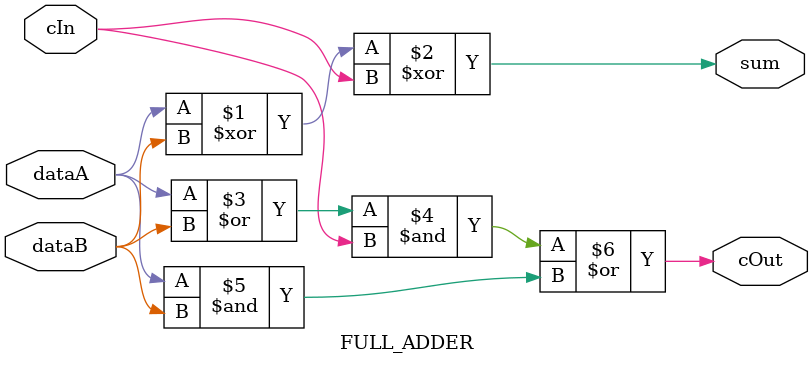
<source format=v>

module FULL_ADDER( cOut, sum, dataA, dataB, cIn ) ;
  input dataA, dataB, cIn ;
  output cOut, sum ;

  assign sum = ( ( dataA ^ dataB ) ^ cIn ) ;
  assign cOut = ( ( ( dataA | dataB ) & cIn ) | ( dataA & dataB ) ) ;

endmodule
</source>
